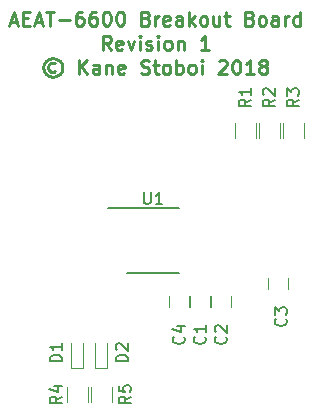
<source format=gto>
G04 #@! TF.FileFunction,Legend,Top*
%FSLAX46Y46*%
G04 Gerber Fmt 4.6, Leading zero omitted, Abs format (unit mm)*
G04 Created by KiCad (PCBNEW 4.0.7) date 08/21/18 13:31:30*
%MOMM*%
%LPD*%
G01*
G04 APERTURE LIST*
%ADD10C,0.100000*%
%ADD11C,0.250000*%
%ADD12C,0.150000*%
%ADD13C,0.120000*%
G04 APERTURE END LIST*
D10*
D11*
X128938287Y-97210000D02*
X129509716Y-97210000D01*
X128824002Y-97552857D02*
X129224002Y-96352857D01*
X129624002Y-97552857D01*
X130024001Y-96924286D02*
X130424001Y-96924286D01*
X130595430Y-97552857D02*
X130024001Y-97552857D01*
X130024001Y-96352857D01*
X130595430Y-96352857D01*
X131052572Y-97210000D02*
X131624001Y-97210000D01*
X130938287Y-97552857D02*
X131338287Y-96352857D01*
X131738287Y-97552857D01*
X131966858Y-96352857D02*
X132652572Y-96352857D01*
X132309715Y-97552857D02*
X132309715Y-96352857D01*
X133052572Y-97095714D02*
X133966858Y-97095714D01*
X135052572Y-96352857D02*
X134824001Y-96352857D01*
X134709715Y-96410000D01*
X134652572Y-96467143D01*
X134538286Y-96638571D01*
X134481143Y-96867143D01*
X134481143Y-97324286D01*
X134538286Y-97438571D01*
X134595429Y-97495714D01*
X134709715Y-97552857D01*
X134938286Y-97552857D01*
X135052572Y-97495714D01*
X135109715Y-97438571D01*
X135166858Y-97324286D01*
X135166858Y-97038571D01*
X135109715Y-96924286D01*
X135052572Y-96867143D01*
X134938286Y-96810000D01*
X134709715Y-96810000D01*
X134595429Y-96867143D01*
X134538286Y-96924286D01*
X134481143Y-97038571D01*
X136195429Y-96352857D02*
X135966858Y-96352857D01*
X135852572Y-96410000D01*
X135795429Y-96467143D01*
X135681143Y-96638571D01*
X135624000Y-96867143D01*
X135624000Y-97324286D01*
X135681143Y-97438571D01*
X135738286Y-97495714D01*
X135852572Y-97552857D01*
X136081143Y-97552857D01*
X136195429Y-97495714D01*
X136252572Y-97438571D01*
X136309715Y-97324286D01*
X136309715Y-97038571D01*
X136252572Y-96924286D01*
X136195429Y-96867143D01*
X136081143Y-96810000D01*
X135852572Y-96810000D01*
X135738286Y-96867143D01*
X135681143Y-96924286D01*
X135624000Y-97038571D01*
X137052572Y-96352857D02*
X137166857Y-96352857D01*
X137281143Y-96410000D01*
X137338286Y-96467143D01*
X137395429Y-96581429D01*
X137452572Y-96810000D01*
X137452572Y-97095714D01*
X137395429Y-97324286D01*
X137338286Y-97438571D01*
X137281143Y-97495714D01*
X137166857Y-97552857D01*
X137052572Y-97552857D01*
X136938286Y-97495714D01*
X136881143Y-97438571D01*
X136824000Y-97324286D01*
X136766857Y-97095714D01*
X136766857Y-96810000D01*
X136824000Y-96581429D01*
X136881143Y-96467143D01*
X136938286Y-96410000D01*
X137052572Y-96352857D01*
X138195429Y-96352857D02*
X138309714Y-96352857D01*
X138424000Y-96410000D01*
X138481143Y-96467143D01*
X138538286Y-96581429D01*
X138595429Y-96810000D01*
X138595429Y-97095714D01*
X138538286Y-97324286D01*
X138481143Y-97438571D01*
X138424000Y-97495714D01*
X138309714Y-97552857D01*
X138195429Y-97552857D01*
X138081143Y-97495714D01*
X138024000Y-97438571D01*
X137966857Y-97324286D01*
X137909714Y-97095714D01*
X137909714Y-96810000D01*
X137966857Y-96581429D01*
X138024000Y-96467143D01*
X138081143Y-96410000D01*
X138195429Y-96352857D01*
X140424000Y-96924286D02*
X140595429Y-96981429D01*
X140652572Y-97038571D01*
X140709715Y-97152857D01*
X140709715Y-97324286D01*
X140652572Y-97438571D01*
X140595429Y-97495714D01*
X140481143Y-97552857D01*
X140024000Y-97552857D01*
X140024000Y-96352857D01*
X140424000Y-96352857D01*
X140538286Y-96410000D01*
X140595429Y-96467143D01*
X140652572Y-96581429D01*
X140652572Y-96695714D01*
X140595429Y-96810000D01*
X140538286Y-96867143D01*
X140424000Y-96924286D01*
X140024000Y-96924286D01*
X141224000Y-97552857D02*
X141224000Y-96752857D01*
X141224000Y-96981429D02*
X141281143Y-96867143D01*
X141338286Y-96810000D01*
X141452572Y-96752857D01*
X141566857Y-96752857D01*
X142424000Y-97495714D02*
X142309714Y-97552857D01*
X142081143Y-97552857D01*
X141966857Y-97495714D01*
X141909714Y-97381429D01*
X141909714Y-96924286D01*
X141966857Y-96810000D01*
X142081143Y-96752857D01*
X142309714Y-96752857D01*
X142424000Y-96810000D01*
X142481143Y-96924286D01*
X142481143Y-97038571D01*
X141909714Y-97152857D01*
X143509714Y-97552857D02*
X143509714Y-96924286D01*
X143452571Y-96810000D01*
X143338285Y-96752857D01*
X143109714Y-96752857D01*
X142995428Y-96810000D01*
X143509714Y-97495714D02*
X143395428Y-97552857D01*
X143109714Y-97552857D01*
X142995428Y-97495714D01*
X142938285Y-97381429D01*
X142938285Y-97267143D01*
X142995428Y-97152857D01*
X143109714Y-97095714D01*
X143395428Y-97095714D01*
X143509714Y-97038571D01*
X144081142Y-97552857D02*
X144081142Y-96352857D01*
X144195428Y-97095714D02*
X144538285Y-97552857D01*
X144538285Y-96752857D02*
X144081142Y-97210000D01*
X145224000Y-97552857D02*
X145109714Y-97495714D01*
X145052571Y-97438571D01*
X144995428Y-97324286D01*
X144995428Y-96981429D01*
X145052571Y-96867143D01*
X145109714Y-96810000D01*
X145224000Y-96752857D01*
X145395428Y-96752857D01*
X145509714Y-96810000D01*
X145566857Y-96867143D01*
X145624000Y-96981429D01*
X145624000Y-97324286D01*
X145566857Y-97438571D01*
X145509714Y-97495714D01*
X145395428Y-97552857D01*
X145224000Y-97552857D01*
X146652571Y-96752857D02*
X146652571Y-97552857D01*
X146138285Y-96752857D02*
X146138285Y-97381429D01*
X146195428Y-97495714D01*
X146309714Y-97552857D01*
X146481142Y-97552857D01*
X146595428Y-97495714D01*
X146652571Y-97438571D01*
X147052571Y-96752857D02*
X147509714Y-96752857D01*
X147223999Y-96352857D02*
X147223999Y-97381429D01*
X147281142Y-97495714D01*
X147395428Y-97552857D01*
X147509714Y-97552857D01*
X149223999Y-96924286D02*
X149395428Y-96981429D01*
X149452571Y-97038571D01*
X149509714Y-97152857D01*
X149509714Y-97324286D01*
X149452571Y-97438571D01*
X149395428Y-97495714D01*
X149281142Y-97552857D01*
X148823999Y-97552857D01*
X148823999Y-96352857D01*
X149223999Y-96352857D01*
X149338285Y-96410000D01*
X149395428Y-96467143D01*
X149452571Y-96581429D01*
X149452571Y-96695714D01*
X149395428Y-96810000D01*
X149338285Y-96867143D01*
X149223999Y-96924286D01*
X148823999Y-96924286D01*
X150195428Y-97552857D02*
X150081142Y-97495714D01*
X150023999Y-97438571D01*
X149966856Y-97324286D01*
X149966856Y-96981429D01*
X150023999Y-96867143D01*
X150081142Y-96810000D01*
X150195428Y-96752857D01*
X150366856Y-96752857D01*
X150481142Y-96810000D01*
X150538285Y-96867143D01*
X150595428Y-96981429D01*
X150595428Y-97324286D01*
X150538285Y-97438571D01*
X150481142Y-97495714D01*
X150366856Y-97552857D01*
X150195428Y-97552857D01*
X151623999Y-97552857D02*
X151623999Y-96924286D01*
X151566856Y-96810000D01*
X151452570Y-96752857D01*
X151223999Y-96752857D01*
X151109713Y-96810000D01*
X151623999Y-97495714D02*
X151509713Y-97552857D01*
X151223999Y-97552857D01*
X151109713Y-97495714D01*
X151052570Y-97381429D01*
X151052570Y-97267143D01*
X151109713Y-97152857D01*
X151223999Y-97095714D01*
X151509713Y-97095714D01*
X151623999Y-97038571D01*
X152195427Y-97552857D02*
X152195427Y-96752857D01*
X152195427Y-96981429D02*
X152252570Y-96867143D01*
X152309713Y-96810000D01*
X152423999Y-96752857D01*
X152538284Y-96752857D01*
X153452570Y-97552857D02*
X153452570Y-96352857D01*
X153452570Y-97495714D02*
X153338284Y-97552857D01*
X153109713Y-97552857D01*
X152995427Y-97495714D01*
X152938284Y-97438571D01*
X152881141Y-97324286D01*
X152881141Y-96981429D01*
X152938284Y-96867143D01*
X152995427Y-96810000D01*
X153109713Y-96752857D01*
X153338284Y-96752857D01*
X153452570Y-96810000D01*
X137452572Y-99602857D02*
X137052572Y-99031429D01*
X136766857Y-99602857D02*
X136766857Y-98402857D01*
X137224000Y-98402857D01*
X137338286Y-98460000D01*
X137395429Y-98517143D01*
X137452572Y-98631429D01*
X137452572Y-98802857D01*
X137395429Y-98917143D01*
X137338286Y-98974286D01*
X137224000Y-99031429D01*
X136766857Y-99031429D01*
X138424000Y-99545714D02*
X138309714Y-99602857D01*
X138081143Y-99602857D01*
X137966857Y-99545714D01*
X137909714Y-99431429D01*
X137909714Y-98974286D01*
X137966857Y-98860000D01*
X138081143Y-98802857D01*
X138309714Y-98802857D01*
X138424000Y-98860000D01*
X138481143Y-98974286D01*
X138481143Y-99088571D01*
X137909714Y-99202857D01*
X138881143Y-98802857D02*
X139166857Y-99602857D01*
X139452571Y-98802857D01*
X139909714Y-99602857D02*
X139909714Y-98802857D01*
X139909714Y-98402857D02*
X139852571Y-98460000D01*
X139909714Y-98517143D01*
X139966857Y-98460000D01*
X139909714Y-98402857D01*
X139909714Y-98517143D01*
X140424000Y-99545714D02*
X140538286Y-99602857D01*
X140766858Y-99602857D01*
X140881143Y-99545714D01*
X140938286Y-99431429D01*
X140938286Y-99374286D01*
X140881143Y-99260000D01*
X140766858Y-99202857D01*
X140595429Y-99202857D01*
X140481143Y-99145714D01*
X140424000Y-99031429D01*
X140424000Y-98974286D01*
X140481143Y-98860000D01*
X140595429Y-98802857D01*
X140766858Y-98802857D01*
X140881143Y-98860000D01*
X141452572Y-99602857D02*
X141452572Y-98802857D01*
X141452572Y-98402857D02*
X141395429Y-98460000D01*
X141452572Y-98517143D01*
X141509715Y-98460000D01*
X141452572Y-98402857D01*
X141452572Y-98517143D01*
X142195430Y-99602857D02*
X142081144Y-99545714D01*
X142024001Y-99488571D01*
X141966858Y-99374286D01*
X141966858Y-99031429D01*
X142024001Y-98917143D01*
X142081144Y-98860000D01*
X142195430Y-98802857D01*
X142366858Y-98802857D01*
X142481144Y-98860000D01*
X142538287Y-98917143D01*
X142595430Y-99031429D01*
X142595430Y-99374286D01*
X142538287Y-99488571D01*
X142481144Y-99545714D01*
X142366858Y-99602857D01*
X142195430Y-99602857D01*
X143109715Y-98802857D02*
X143109715Y-99602857D01*
X143109715Y-98917143D02*
X143166858Y-98860000D01*
X143281144Y-98802857D01*
X143452572Y-98802857D01*
X143566858Y-98860000D01*
X143624001Y-98974286D01*
X143624001Y-99602857D01*
X145738287Y-99602857D02*
X145052572Y-99602857D01*
X145395430Y-99602857D02*
X145395430Y-98402857D01*
X145281144Y-98574286D01*
X145166858Y-98688571D01*
X145052572Y-98745714D01*
X132766858Y-100738571D02*
X132652572Y-100681429D01*
X132424001Y-100681429D01*
X132309715Y-100738571D01*
X132195429Y-100852857D01*
X132138286Y-100967143D01*
X132138286Y-101195714D01*
X132195429Y-101310000D01*
X132309715Y-101424286D01*
X132424001Y-101481429D01*
X132652572Y-101481429D01*
X132766858Y-101424286D01*
X132538286Y-100281429D02*
X132252572Y-100338571D01*
X131966858Y-100510000D01*
X131795429Y-100795714D01*
X131738286Y-101081429D01*
X131795429Y-101367143D01*
X131966858Y-101652857D01*
X132252572Y-101824286D01*
X132538286Y-101881429D01*
X132824001Y-101824286D01*
X133109715Y-101652857D01*
X133281144Y-101367143D01*
X133338286Y-101081429D01*
X133281144Y-100795714D01*
X133109715Y-100510000D01*
X132824001Y-100338571D01*
X132538286Y-100281429D01*
X134766858Y-101652857D02*
X134766858Y-100452857D01*
X135452573Y-101652857D02*
X134938287Y-100967143D01*
X135452573Y-100452857D02*
X134766858Y-101138571D01*
X136481144Y-101652857D02*
X136481144Y-101024286D01*
X136424001Y-100910000D01*
X136309715Y-100852857D01*
X136081144Y-100852857D01*
X135966858Y-100910000D01*
X136481144Y-101595714D02*
X136366858Y-101652857D01*
X136081144Y-101652857D01*
X135966858Y-101595714D01*
X135909715Y-101481429D01*
X135909715Y-101367143D01*
X135966858Y-101252857D01*
X136081144Y-101195714D01*
X136366858Y-101195714D01*
X136481144Y-101138571D01*
X137052572Y-100852857D02*
X137052572Y-101652857D01*
X137052572Y-100967143D02*
X137109715Y-100910000D01*
X137224001Y-100852857D01*
X137395429Y-100852857D01*
X137509715Y-100910000D01*
X137566858Y-101024286D01*
X137566858Y-101652857D01*
X138595429Y-101595714D02*
X138481143Y-101652857D01*
X138252572Y-101652857D01*
X138138286Y-101595714D01*
X138081143Y-101481429D01*
X138081143Y-101024286D01*
X138138286Y-100910000D01*
X138252572Y-100852857D01*
X138481143Y-100852857D01*
X138595429Y-100910000D01*
X138652572Y-101024286D01*
X138652572Y-101138571D01*
X138081143Y-101252857D01*
X140024000Y-101595714D02*
X140195429Y-101652857D01*
X140481143Y-101652857D01*
X140595429Y-101595714D01*
X140652572Y-101538571D01*
X140709715Y-101424286D01*
X140709715Y-101310000D01*
X140652572Y-101195714D01*
X140595429Y-101138571D01*
X140481143Y-101081429D01*
X140252572Y-101024286D01*
X140138286Y-100967143D01*
X140081143Y-100910000D01*
X140024000Y-100795714D01*
X140024000Y-100681429D01*
X140081143Y-100567143D01*
X140138286Y-100510000D01*
X140252572Y-100452857D01*
X140538286Y-100452857D01*
X140709715Y-100510000D01*
X141052572Y-100852857D02*
X141509715Y-100852857D01*
X141224000Y-100452857D02*
X141224000Y-101481429D01*
X141281143Y-101595714D01*
X141395429Y-101652857D01*
X141509715Y-101652857D01*
X142081143Y-101652857D02*
X141966857Y-101595714D01*
X141909714Y-101538571D01*
X141852571Y-101424286D01*
X141852571Y-101081429D01*
X141909714Y-100967143D01*
X141966857Y-100910000D01*
X142081143Y-100852857D01*
X142252571Y-100852857D01*
X142366857Y-100910000D01*
X142424000Y-100967143D01*
X142481143Y-101081429D01*
X142481143Y-101424286D01*
X142424000Y-101538571D01*
X142366857Y-101595714D01*
X142252571Y-101652857D01*
X142081143Y-101652857D01*
X142995428Y-101652857D02*
X142995428Y-100452857D01*
X142995428Y-100910000D02*
X143109714Y-100852857D01*
X143338285Y-100852857D01*
X143452571Y-100910000D01*
X143509714Y-100967143D01*
X143566857Y-101081429D01*
X143566857Y-101424286D01*
X143509714Y-101538571D01*
X143452571Y-101595714D01*
X143338285Y-101652857D01*
X143109714Y-101652857D01*
X142995428Y-101595714D01*
X144252571Y-101652857D02*
X144138285Y-101595714D01*
X144081142Y-101538571D01*
X144023999Y-101424286D01*
X144023999Y-101081429D01*
X144081142Y-100967143D01*
X144138285Y-100910000D01*
X144252571Y-100852857D01*
X144423999Y-100852857D01*
X144538285Y-100910000D01*
X144595428Y-100967143D01*
X144652571Y-101081429D01*
X144652571Y-101424286D01*
X144595428Y-101538571D01*
X144538285Y-101595714D01*
X144423999Y-101652857D01*
X144252571Y-101652857D01*
X145166856Y-101652857D02*
X145166856Y-100852857D01*
X145166856Y-100452857D02*
X145109713Y-100510000D01*
X145166856Y-100567143D01*
X145223999Y-100510000D01*
X145166856Y-100452857D01*
X145166856Y-100567143D01*
X146595428Y-100567143D02*
X146652571Y-100510000D01*
X146766857Y-100452857D01*
X147052571Y-100452857D01*
X147166857Y-100510000D01*
X147224000Y-100567143D01*
X147281143Y-100681429D01*
X147281143Y-100795714D01*
X147224000Y-100967143D01*
X146538286Y-101652857D01*
X147281143Y-101652857D01*
X148024000Y-100452857D02*
X148138285Y-100452857D01*
X148252571Y-100510000D01*
X148309714Y-100567143D01*
X148366857Y-100681429D01*
X148424000Y-100910000D01*
X148424000Y-101195714D01*
X148366857Y-101424286D01*
X148309714Y-101538571D01*
X148252571Y-101595714D01*
X148138285Y-101652857D01*
X148024000Y-101652857D01*
X147909714Y-101595714D01*
X147852571Y-101538571D01*
X147795428Y-101424286D01*
X147738285Y-101195714D01*
X147738285Y-100910000D01*
X147795428Y-100681429D01*
X147852571Y-100567143D01*
X147909714Y-100510000D01*
X148024000Y-100452857D01*
X149566857Y-101652857D02*
X148881142Y-101652857D01*
X149224000Y-101652857D02*
X149224000Y-100452857D01*
X149109714Y-100624286D01*
X148995428Y-100738571D01*
X148881142Y-100795714D01*
X150252571Y-100967143D02*
X150138285Y-100910000D01*
X150081142Y-100852857D01*
X150023999Y-100738571D01*
X150023999Y-100681429D01*
X150081142Y-100567143D01*
X150138285Y-100510000D01*
X150252571Y-100452857D01*
X150481142Y-100452857D01*
X150595428Y-100510000D01*
X150652571Y-100567143D01*
X150709714Y-100681429D01*
X150709714Y-100738571D01*
X150652571Y-100852857D01*
X150595428Y-100910000D01*
X150481142Y-100967143D01*
X150252571Y-100967143D01*
X150138285Y-101024286D01*
X150081142Y-101081429D01*
X150023999Y-101195714D01*
X150023999Y-101424286D01*
X150081142Y-101538571D01*
X150138285Y-101595714D01*
X150252571Y-101652857D01*
X150481142Y-101652857D01*
X150595428Y-101595714D01*
X150652571Y-101538571D01*
X150709714Y-101424286D01*
X150709714Y-101195714D01*
X150652571Y-101081429D01*
X150595428Y-101024286D01*
X150481142Y-100967143D01*
D12*
X138815000Y-118469000D02*
X143215000Y-118469000D01*
X137240000Y-112944000D02*
X143215000Y-112944000D01*
D13*
X145884000Y-121404000D02*
X145884000Y-120404000D01*
X144184000Y-120404000D02*
X144184000Y-121404000D01*
X147662000Y-121404000D02*
X147662000Y-120404000D01*
X145962000Y-120404000D02*
X145962000Y-121404000D01*
X152488000Y-119880000D02*
X152488000Y-118880000D01*
X150788000Y-118880000D02*
X150788000Y-119880000D01*
X142406000Y-120404000D02*
X142406000Y-121404000D01*
X144106000Y-121404000D02*
X144106000Y-120404000D01*
X149724000Y-105826000D02*
X149724000Y-107026000D01*
X147964000Y-107026000D02*
X147964000Y-105826000D01*
X151756000Y-105826000D02*
X151756000Y-107026000D01*
X149996000Y-107026000D02*
X149996000Y-105826000D01*
X153788000Y-105826000D02*
X153788000Y-107026000D01*
X152028000Y-107026000D02*
X152028000Y-105826000D01*
X134120000Y-126522000D02*
X135120000Y-126522000D01*
X135120000Y-126522000D02*
X135120000Y-124422000D01*
X134120000Y-126522000D02*
X134120000Y-124422000D01*
X136152000Y-126522000D02*
X137152000Y-126522000D01*
X137152000Y-126522000D02*
X137152000Y-124422000D01*
X136152000Y-126522000D02*
X136152000Y-124422000D01*
X133740000Y-129378000D02*
X133740000Y-128178000D01*
X135500000Y-128178000D02*
X135500000Y-129378000D01*
X135772000Y-129378000D02*
X135772000Y-128178000D01*
X137532000Y-128178000D02*
X137532000Y-129378000D01*
D12*
X140253095Y-111646381D02*
X140253095Y-112455905D01*
X140300714Y-112551143D01*
X140348333Y-112598762D01*
X140443571Y-112646381D01*
X140634048Y-112646381D01*
X140729286Y-112598762D01*
X140776905Y-112551143D01*
X140824524Y-112455905D01*
X140824524Y-111646381D01*
X141824524Y-112646381D02*
X141253095Y-112646381D01*
X141538809Y-112646381D02*
X141538809Y-111646381D01*
X141443571Y-111789238D01*
X141348333Y-111884476D01*
X141253095Y-111932095D01*
X145391143Y-123864666D02*
X145438762Y-123912285D01*
X145486381Y-124055142D01*
X145486381Y-124150380D01*
X145438762Y-124293238D01*
X145343524Y-124388476D01*
X145248286Y-124436095D01*
X145057810Y-124483714D01*
X144914952Y-124483714D01*
X144724476Y-124436095D01*
X144629238Y-124388476D01*
X144534000Y-124293238D01*
X144486381Y-124150380D01*
X144486381Y-124055142D01*
X144534000Y-123912285D01*
X144581619Y-123864666D01*
X145486381Y-122912285D02*
X145486381Y-123483714D01*
X145486381Y-123198000D02*
X144486381Y-123198000D01*
X144629238Y-123293238D01*
X144724476Y-123388476D01*
X144772095Y-123483714D01*
X147169143Y-123864666D02*
X147216762Y-123912285D01*
X147264381Y-124055142D01*
X147264381Y-124150380D01*
X147216762Y-124293238D01*
X147121524Y-124388476D01*
X147026286Y-124436095D01*
X146835810Y-124483714D01*
X146692952Y-124483714D01*
X146502476Y-124436095D01*
X146407238Y-124388476D01*
X146312000Y-124293238D01*
X146264381Y-124150380D01*
X146264381Y-124055142D01*
X146312000Y-123912285D01*
X146359619Y-123864666D01*
X146359619Y-123483714D02*
X146312000Y-123436095D01*
X146264381Y-123340857D01*
X146264381Y-123102761D01*
X146312000Y-123007523D01*
X146359619Y-122959904D01*
X146454857Y-122912285D01*
X146550095Y-122912285D01*
X146692952Y-122959904D01*
X147264381Y-123531333D01*
X147264381Y-122912285D01*
X152249143Y-122340666D02*
X152296762Y-122388285D01*
X152344381Y-122531142D01*
X152344381Y-122626380D01*
X152296762Y-122769238D01*
X152201524Y-122864476D01*
X152106286Y-122912095D01*
X151915810Y-122959714D01*
X151772952Y-122959714D01*
X151582476Y-122912095D01*
X151487238Y-122864476D01*
X151392000Y-122769238D01*
X151344381Y-122626380D01*
X151344381Y-122531142D01*
X151392000Y-122388285D01*
X151439619Y-122340666D01*
X151344381Y-122007333D02*
X151344381Y-121388285D01*
X151725333Y-121721619D01*
X151725333Y-121578761D01*
X151772952Y-121483523D01*
X151820571Y-121435904D01*
X151915810Y-121388285D01*
X152153905Y-121388285D01*
X152249143Y-121435904D01*
X152296762Y-121483523D01*
X152344381Y-121578761D01*
X152344381Y-121864476D01*
X152296762Y-121959714D01*
X152249143Y-122007333D01*
X143613143Y-123864666D02*
X143660762Y-123912285D01*
X143708381Y-124055142D01*
X143708381Y-124150380D01*
X143660762Y-124293238D01*
X143565524Y-124388476D01*
X143470286Y-124436095D01*
X143279810Y-124483714D01*
X143136952Y-124483714D01*
X142946476Y-124436095D01*
X142851238Y-124388476D01*
X142756000Y-124293238D01*
X142708381Y-124150380D01*
X142708381Y-124055142D01*
X142756000Y-123912285D01*
X142803619Y-123864666D01*
X143041714Y-123007523D02*
X143708381Y-123007523D01*
X142660762Y-123245619D02*
X143375048Y-123483714D01*
X143375048Y-122864666D01*
X149296381Y-103798666D02*
X148820190Y-104132000D01*
X149296381Y-104370095D02*
X148296381Y-104370095D01*
X148296381Y-103989142D01*
X148344000Y-103893904D01*
X148391619Y-103846285D01*
X148486857Y-103798666D01*
X148629714Y-103798666D01*
X148724952Y-103846285D01*
X148772571Y-103893904D01*
X148820190Y-103989142D01*
X148820190Y-104370095D01*
X149296381Y-102846285D02*
X149296381Y-103417714D01*
X149296381Y-103132000D02*
X148296381Y-103132000D01*
X148439238Y-103227238D01*
X148534476Y-103322476D01*
X148582095Y-103417714D01*
X151328381Y-103798666D02*
X150852190Y-104132000D01*
X151328381Y-104370095D02*
X150328381Y-104370095D01*
X150328381Y-103989142D01*
X150376000Y-103893904D01*
X150423619Y-103846285D01*
X150518857Y-103798666D01*
X150661714Y-103798666D01*
X150756952Y-103846285D01*
X150804571Y-103893904D01*
X150852190Y-103989142D01*
X150852190Y-104370095D01*
X150423619Y-103417714D02*
X150376000Y-103370095D01*
X150328381Y-103274857D01*
X150328381Y-103036761D01*
X150376000Y-102941523D01*
X150423619Y-102893904D01*
X150518857Y-102846285D01*
X150614095Y-102846285D01*
X150756952Y-102893904D01*
X151328381Y-103465333D01*
X151328381Y-102846285D01*
X153360381Y-103798666D02*
X152884190Y-104132000D01*
X153360381Y-104370095D02*
X152360381Y-104370095D01*
X152360381Y-103989142D01*
X152408000Y-103893904D01*
X152455619Y-103846285D01*
X152550857Y-103798666D01*
X152693714Y-103798666D01*
X152788952Y-103846285D01*
X152836571Y-103893904D01*
X152884190Y-103989142D01*
X152884190Y-104370095D01*
X152360381Y-103465333D02*
X152360381Y-102846285D01*
X152741333Y-103179619D01*
X152741333Y-103036761D01*
X152788952Y-102941523D01*
X152836571Y-102893904D01*
X152931810Y-102846285D01*
X153169905Y-102846285D01*
X153265143Y-102893904D01*
X153312762Y-102941523D01*
X153360381Y-103036761D01*
X153360381Y-103322476D01*
X153312762Y-103417714D01*
X153265143Y-103465333D01*
X133294381Y-125960095D02*
X132294381Y-125960095D01*
X132294381Y-125722000D01*
X132342000Y-125579142D01*
X132437238Y-125483904D01*
X132532476Y-125436285D01*
X132722952Y-125388666D01*
X132865810Y-125388666D01*
X133056286Y-125436285D01*
X133151524Y-125483904D01*
X133246762Y-125579142D01*
X133294381Y-125722000D01*
X133294381Y-125960095D01*
X133294381Y-124436285D02*
X133294381Y-125007714D01*
X133294381Y-124722000D02*
X132294381Y-124722000D01*
X132437238Y-124817238D01*
X132532476Y-124912476D01*
X132580095Y-125007714D01*
X138882381Y-125960095D02*
X137882381Y-125960095D01*
X137882381Y-125722000D01*
X137930000Y-125579142D01*
X138025238Y-125483904D01*
X138120476Y-125436285D01*
X138310952Y-125388666D01*
X138453810Y-125388666D01*
X138644286Y-125436285D01*
X138739524Y-125483904D01*
X138834762Y-125579142D01*
X138882381Y-125722000D01*
X138882381Y-125960095D01*
X137977619Y-125007714D02*
X137930000Y-124960095D01*
X137882381Y-124864857D01*
X137882381Y-124626761D01*
X137930000Y-124531523D01*
X137977619Y-124483904D01*
X138072857Y-124436285D01*
X138168095Y-124436285D01*
X138310952Y-124483904D01*
X138882381Y-125055333D01*
X138882381Y-124436285D01*
X133294381Y-128944666D02*
X132818190Y-129278000D01*
X133294381Y-129516095D02*
X132294381Y-129516095D01*
X132294381Y-129135142D01*
X132342000Y-129039904D01*
X132389619Y-128992285D01*
X132484857Y-128944666D01*
X132627714Y-128944666D01*
X132722952Y-128992285D01*
X132770571Y-129039904D01*
X132818190Y-129135142D01*
X132818190Y-129516095D01*
X132627714Y-128087523D02*
X133294381Y-128087523D01*
X132246762Y-128325619D02*
X132961048Y-128563714D01*
X132961048Y-127944666D01*
X139136381Y-128944666D02*
X138660190Y-129278000D01*
X139136381Y-129516095D02*
X138136381Y-129516095D01*
X138136381Y-129135142D01*
X138184000Y-129039904D01*
X138231619Y-128992285D01*
X138326857Y-128944666D01*
X138469714Y-128944666D01*
X138564952Y-128992285D01*
X138612571Y-129039904D01*
X138660190Y-129135142D01*
X138660190Y-129516095D01*
X138136381Y-128039904D02*
X138136381Y-128516095D01*
X138612571Y-128563714D01*
X138564952Y-128516095D01*
X138517333Y-128420857D01*
X138517333Y-128182761D01*
X138564952Y-128087523D01*
X138612571Y-128039904D01*
X138707810Y-127992285D01*
X138945905Y-127992285D01*
X139041143Y-128039904D01*
X139088762Y-128087523D01*
X139136381Y-128182761D01*
X139136381Y-128420857D01*
X139088762Y-128516095D01*
X139041143Y-128563714D01*
M02*

</source>
